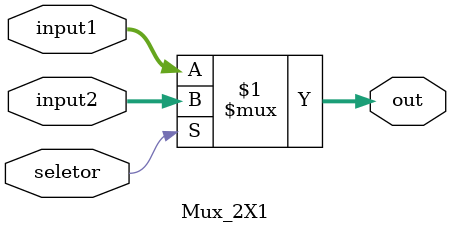
<source format=v>
module Mux_2X1(input1, input2, seletor, out);

input wire [31:0] input1;// entrada 1 do multiplexador
input wire [31:0] input2;// entrada 2 do multiplexador
input wire seletor;

output wire [31:0] out; // saida do multiplexador

assign out  = seletor? input2 : input1; //se seletor for: 1 -> out = input2 ; 0 -> out = input1


endmodule


</source>
